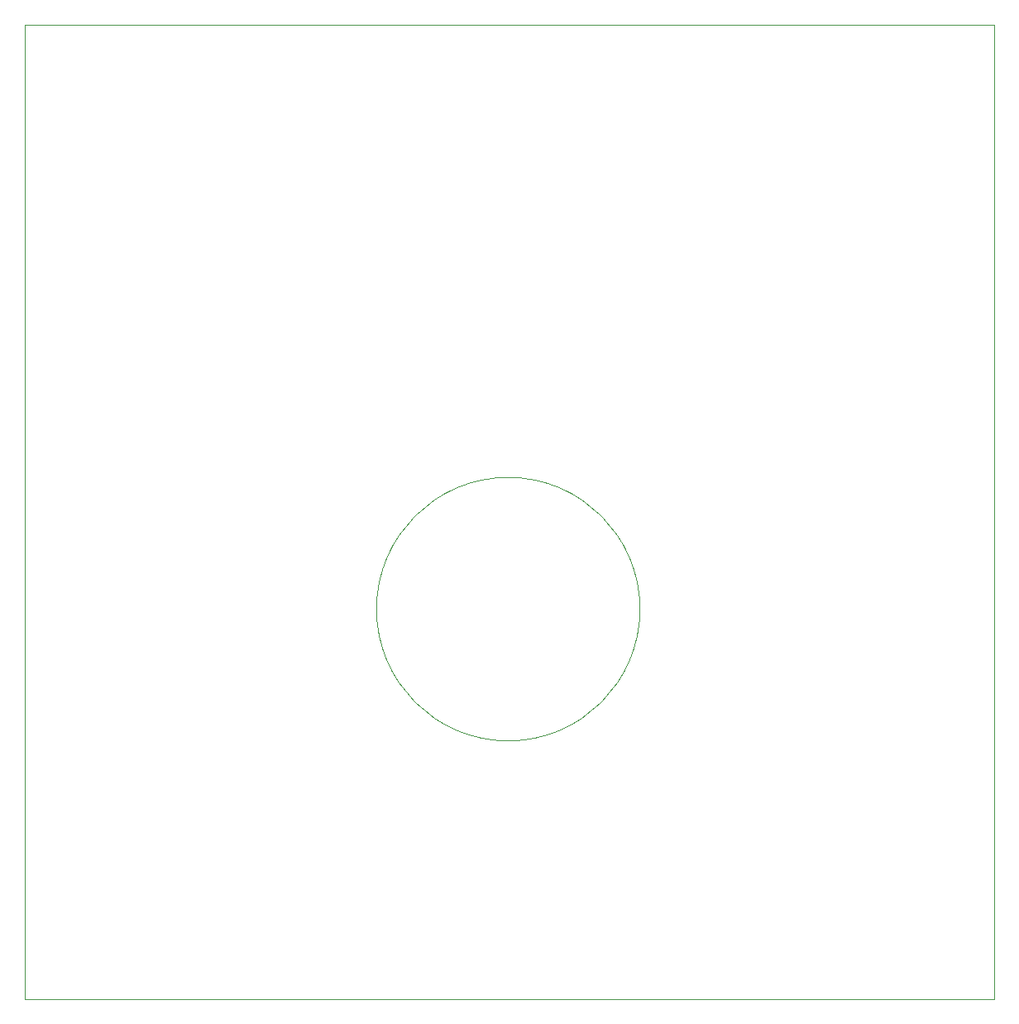
<source format=gm1>
G04 #@! TF.GenerationSoftware,KiCad,Pcbnew,7.0.5*
G04 #@! TF.CreationDate,2023-08-03T15:05:36+02:00*
G04 #@! TF.ProjectId,Siguelineas,53696775-656c-4696-9e65-61732e6b6963,rev?*
G04 #@! TF.SameCoordinates,Original*
G04 #@! TF.FileFunction,Profile,NP*
%FSLAX46Y46*%
G04 Gerber Fmt 4.6, Leading zero omitted, Abs format (unit mm)*
G04 Created by KiCad (PCBNEW 7.0.5) date 2023-08-03 15:05:36*
%MOMM*%
%LPD*%
G01*
G04 APERTURE LIST*
G04 #@! TA.AperFunction,Profile*
%ADD10C,0.100000*%
G04 #@! TD*
G04 APERTURE END LIST*
D10*
X94780000Y-42240000D02*
X194000000Y-42240000D01*
X194000000Y-142000000D01*
X94780000Y-142000000D01*
X94780000Y-42240000D01*
X157759401Y-102082600D02*
G75*
G03*
X157759401Y-102082600I-13484913J0D01*
G01*
M02*

</source>
